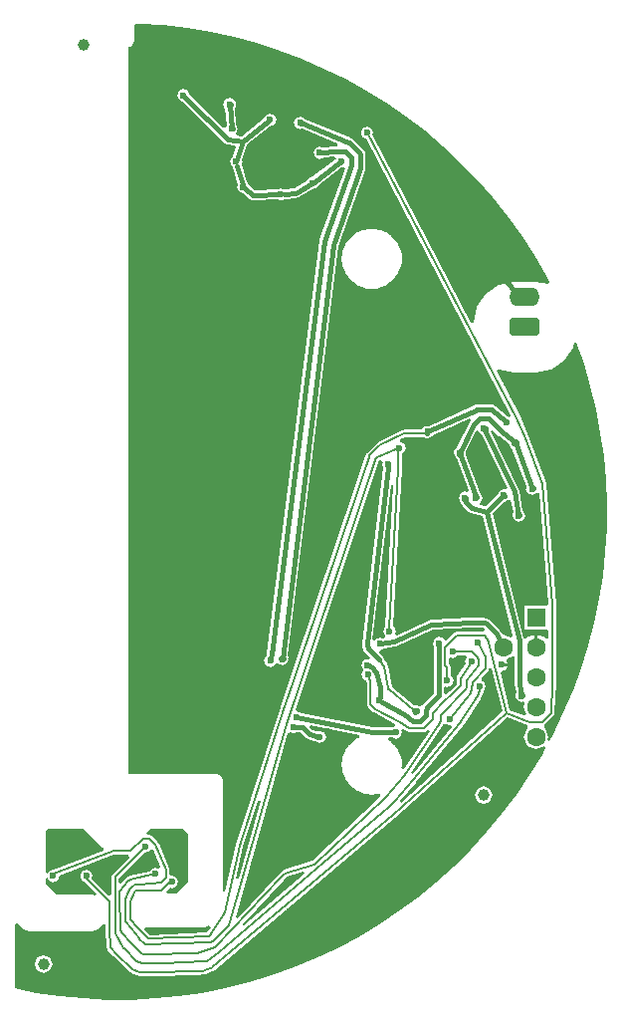
<source format=gtl>
G04*
G04 #@! TF.GenerationSoftware,Altium Limited,Altium Designer,20.2.6 (244)*
G04*
G04 Layer_Physical_Order=1*
G04 Layer_Color=255*
%FSLAX43Y43*%
%MOMM*%
G71*
G04*
G04 #@! TF.SameCoordinates,C84C0C97-952F-48A7-9790-35694251DD82*
G04*
G04*
G04 #@! TF.FilePolarity,Positive*
G04*
G01*
G75*
%ADD15C,0.381*%
%ADD16C,0.203*%
%ADD17C,0.200*%
%ADD18C,0.203*%
%ADD19O,2.600X1.600*%
G04:AMPARAMS|DCode=20|XSize=2.6mm|YSize=1.6mm|CornerRadius=0.4mm|HoleSize=0mm|Usage=FLASHONLY|Rotation=0.000|XOffset=0mm|YOffset=0mm|HoleType=Round|Shape=RoundedRectangle|*
%AMROUNDEDRECTD20*
21,1,2.600,0.800,0,0,0.0*
21,1,1.800,1.600,0,0,0.0*
1,1,0.800,0.900,-0.400*
1,1,0.800,-0.900,-0.400*
1,1,0.800,-0.900,0.400*
1,1,0.800,0.900,0.400*
%
%ADD20ROUNDEDRECTD20*%
%ADD21C,1.600*%
%ADD22R,1.600X1.600*%
%ADD23C,0.600*%
%ADD24C,1.000*%
G36*
X43759Y83464D02*
X45780Y83329D01*
X47792Y83095D01*
X49789Y82764D01*
X51769Y82336D01*
X53725Y81812D01*
X55653Y81193D01*
X57548Y80480D01*
X59407Y79676D01*
X61224Y78782D01*
X62996Y77801D01*
X64717Y76734D01*
X66384Y75585D01*
X67993Y74355D01*
X69541Y73049D01*
X71022Y71669D01*
X72435Y70218D01*
X73775Y68699D01*
X75040Y67118D01*
X76226Y65476D01*
X77330Y63779D01*
X78350Y62029D01*
X78632Y61486D01*
X78512Y61326D01*
X77429Y61542D01*
X75629D01*
X74302Y61278D01*
X73178Y60526D01*
X72426Y59402D01*
X72164Y58085D01*
X72150Y58076D01*
X71953Y58057D01*
X63575Y74019D01*
X63652Y74204D01*
X63494Y74587D01*
X63111Y74745D01*
X62728Y74587D01*
X62570Y74204D01*
X62728Y73822D01*
X63005Y73707D01*
X75345Y50197D01*
X75201Y50040D01*
X75014Y50118D01*
X74071Y50952D01*
X74003Y50975D01*
X73953Y51026D01*
X73820Y51081D01*
X73736Y51081D01*
X73658Y51113D01*
X72457D01*
X72379Y51081D01*
X72295Y51081D01*
X72162Y51026D01*
X72157Y51021D01*
X72149Y51020D01*
X68335Y49289D01*
X68246Y49326D01*
X67864Y49167D01*
X67781Y48967D01*
X66248D01*
X66177Y48938D01*
X66101Y48933D01*
X64024Y47892D01*
X63989Y47852D01*
X63939Y47831D01*
X63094Y46986D01*
X63069Y46926D01*
X63023Y46880D01*
X62968Y46747D01*
X62968Y46736D01*
X62961Y46727D01*
X56096Y26486D01*
X56097Y26485D01*
X56096Y26485D01*
X55715Y25342D01*
X55715Y25340D01*
X55714Y25339D01*
X51935Y13704D01*
X51937Y13688D01*
X51927Y13674D01*
X51041Y9693D01*
X50842Y9714D01*
Y19177D01*
X50681Y19566D01*
X50292Y19727D01*
X42756D01*
X42756Y81488D01*
X42955Y81528D01*
X43123Y81640D01*
X43235Y81808D01*
X43274Y82006D01*
Y83330D01*
X43417Y83470D01*
X43759Y83464D01*
D02*
G37*
G36*
X81544Y54598D02*
X82111Y52654D01*
X82583Y50685D01*
X82958Y48695D01*
X83236Y46689D01*
X83415Y44672D01*
X83496Y42648D01*
X83478Y40623D01*
X83361Y38602D01*
X83146Y36588D01*
X82832Y34588D01*
X82422Y32604D01*
X81915Y30644D01*
X81313Y28710D01*
X80617Y26808D01*
X79830Y24943D01*
X78952Y23118D01*
X78628Y22519D01*
X78447Y22606D01*
X78552Y22860D01*
X78235Y23625D01*
X78160Y23657D01*
Y23873D01*
X78226Y23900D01*
X78970Y24644D01*
X79015Y24754D01*
X79064Y24861D01*
X79166Y27379D01*
X79164Y27385D01*
X79166Y27392D01*
Y34057D01*
X79161Y34069D01*
X79165Y34082D01*
X78351Y44341D01*
X78330Y44382D01*
X78332Y44428D01*
X76869Y48363D01*
X76863Y48369D01*
X76863Y48377D01*
X76136Y50085D01*
X76126Y50095D01*
X76125Y50109D01*
X74094Y53979D01*
X74242Y54112D01*
X74302Y54072D01*
X75629Y53808D01*
X77429D01*
X78756Y54072D01*
X79880Y54824D01*
X80632Y55948D01*
X80717Y56378D01*
X80924Y56393D01*
X81544Y54598D01*
D02*
G37*
G36*
X71960Y49790D02*
X71886Y49717D01*
X71859Y49651D01*
X71806Y49604D01*
X70771Y47496D01*
X70656Y47403D01*
X70649Y47389D01*
X70610Y47373D01*
X70511Y47133D01*
X70503Y47118D01*
X70504Y47115D01*
X70452Y46990D01*
X70610Y46607D01*
X70631Y46599D01*
X70723Y46508D01*
X71739Y43805D01*
X71582Y43654D01*
X71418Y43722D01*
X71035Y43563D01*
X70876Y43181D01*
X70970Y42954D01*
X70999Y42851D01*
X71028Y42814D01*
X71035Y42798D01*
X71044Y42794D01*
X71091Y42735D01*
X71097Y42712D01*
X71164Y42619D01*
X71208Y42513D01*
X71719Y42002D01*
X71827Y41957D01*
X71921Y41889D01*
X72944Y41647D01*
X75510Y31433D01*
X75340Y31287D01*
X74676Y31562D01*
X74612Y31536D01*
X74456Y31842D01*
X74405Y31887D01*
X74379Y31949D01*
X73533Y32795D01*
X73456Y32827D01*
X73396Y32886D01*
X73263Y32941D01*
X73179Y32941D01*
X73101Y32973D01*
X71900D01*
X71891Y32970D01*
X71882Y32973D01*
X68651Y32837D01*
X68582Y32805D01*
X68507Y32805D01*
X68374Y32750D01*
X68368Y32745D01*
X68361Y32744D01*
X65626Y31500D01*
X65471Y31649D01*
X65542Y31820D01*
X65384Y32203D01*
X65305Y32235D01*
X66054Y45662D01*
X66051Y45670D01*
X66054Y45679D01*
X66060Y46936D01*
X66246Y47013D01*
X66405Y47396D01*
X66246Y47778D01*
X65948Y47902D01*
X65939Y48122D01*
X66325Y48315D01*
X68052D01*
X68112Y48269D01*
X68112Y48269D01*
X68166Y48276D01*
X68246Y48243D01*
X68404Y48309D01*
X68433Y48313D01*
X68441Y48324D01*
X68629Y48402D01*
X68676Y48515D01*
X71846Y49954D01*
X71960Y49790D01*
D02*
G37*
G36*
X72601Y48852D02*
X72675Y48674D01*
X72711Y48659D01*
X72718Y48646D01*
X72832Y48552D01*
X75015Y44038D01*
X74868Y43882D01*
X74752Y43931D01*
X74369Y43772D01*
X74318Y43650D01*
X74257Y43587D01*
X74202Y43450D01*
X73166Y42463D01*
X72723Y42568D01*
X72707Y42767D01*
X72762Y42790D01*
X72920Y43173D01*
X72827Y43399D01*
X72797Y43503D01*
X72769Y43539D01*
X72762Y43555D01*
X72753Y43559D01*
X72706Y43619D01*
X72700Y43642D01*
X72684Y43664D01*
X72685Y43691D01*
X71514Y46805D01*
X71524Y46953D01*
X71522Y46960D01*
X71534Y46990D01*
X71526Y47009D01*
X71529Y47124D01*
X72382Y48859D01*
X72409Y48870D01*
X72601Y48852D01*
D02*
G37*
G36*
X74305Y48426D02*
X74332Y48415D01*
X74347Y48390D01*
X75153Y47771D01*
X75222Y47640D01*
X75272Y47598D01*
X75310Y47506D01*
X75331Y47498D01*
X75421Y47408D01*
X76635Y44140D01*
X76624Y43993D01*
X76627Y43985D01*
X76614Y43954D01*
X76773Y43571D01*
X77156Y43413D01*
X77538Y43571D01*
X77557Y43616D01*
X77760Y43584D01*
X78504Y34206D01*
X78322Y34020D01*
X76470D01*
Y32020D01*
X78317D01*
X78470Y32020D01*
X78517Y31839D01*
Y31220D01*
X78321Y31181D01*
X78277Y31287D01*
X77597Y31568D01*
Y30480D01*
X77343D01*
Y31568D01*
X76663Y31287D01*
X76639Y31229D01*
X76429Y31244D01*
X73761Y41863D01*
X74785Y42838D01*
X74925Y42886D01*
X74998Y42950D01*
X75126Y43004D01*
X75136Y43007D01*
X75333Y42986D01*
X75523Y41936D01*
X75487Y41793D01*
X75494Y41740D01*
X75462Y41661D01*
X75529Y41498D01*
X75533Y41472D01*
X75543Y41465D01*
X75620Y41278D01*
X76003Y41120D01*
X76386Y41278D01*
X76544Y41661D01*
X76465Y41853D01*
X76440Y41966D01*
X76386Y42043D01*
X76386Y42043D01*
X76385Y42044D01*
X76355Y42087D01*
X76039Y43826D01*
X76008Y43876D01*
X76004Y43935D01*
X73653Y48795D01*
X73819Y48913D01*
X74305Y48426D01*
D02*
G37*
G36*
X73145Y31988D02*
X73032Y31818D01*
X73025Y31821D01*
X73025Y31821D01*
X73025Y31821D01*
X70739D01*
X70509Y31726D01*
X69842Y31058D01*
X69646Y31097D01*
X69606Y31194D01*
X69223Y31353D01*
X68840Y31194D01*
X68682Y30812D01*
X68792Y30545D01*
Y26551D01*
X67895Y25653D01*
X67863Y25576D01*
X67803Y25516D01*
X67552Y25433D01*
X67525Y25444D01*
X67436Y25510D01*
X67203Y25568D01*
X67125Y25556D01*
X65208Y27084D01*
X64854Y28939D01*
X64814Y29000D01*
X64797Y29071D01*
X64534Y29429D01*
X64540Y29444D01*
X64416Y29743D01*
X64118Y30041D01*
X64203Y30239D01*
X64556Y30385D01*
X64558Y30391D01*
X65438Y30506D01*
X65494Y30538D01*
X65559Y30541D01*
X68704Y31972D01*
X68761Y31996D01*
X71909Y32128D01*
X73004D01*
X73145Y31988D01*
D02*
G37*
G36*
X65323Y44278D02*
X64651Y32216D01*
X64618Y32203D01*
X64460Y31820D01*
X64612Y31453D01*
X64615Y31414D01*
X64593Y31248D01*
X64384Y31221D01*
X64173Y31309D01*
X63790Y31150D01*
X63750Y31052D01*
X63554Y31103D01*
X65124Y44295D01*
X65323Y44278D01*
D02*
G37*
G36*
X71586Y29574D02*
X71448Y29240D01*
X71518Y29072D01*
X70764Y27985D01*
X70743Y27890D01*
X70706Y27800D01*
Y27339D01*
X70131Y26763D01*
X69838Y26493D01*
X69638Y26580D01*
Y27040D01*
X69804Y27151D01*
X69906Y27109D01*
X70288Y27267D01*
X70447Y27650D01*
X70288Y28033D01*
X70230Y28057D01*
Y28774D01*
X70135Y29003D01*
X70048Y29091D01*
Y29506D01*
X70214Y29617D01*
X70358Y29558D01*
X70741Y29716D01*
X70765Y29774D01*
X71496D01*
X71586Y29574D01*
D02*
G37*
G36*
X64449Y46230D02*
X64363Y46022D01*
X64452Y45806D01*
X62670Y30827D01*
X62677Y30802D01*
X62667Y30777D01*
Y30689D01*
X62695Y30621D01*
X62692Y30547D01*
X62812Y30210D01*
X62875Y30140D01*
X62911Y30053D01*
X63343Y29621D01*
X63229Y29451D01*
X63119Y29497D01*
X62736Y29339D01*
X62578Y28956D01*
X62736Y28573D01*
X62768Y28560D01*
X62800Y28511D01*
X62642Y28128D01*
X62800Y27746D01*
X63005Y27661D01*
X63066Y27515D01*
X63072Y27508D01*
Y25643D01*
X63167Y25414D01*
X63592Y24989D01*
X63637Y24970D01*
X63668Y24932D01*
X65467Y23967D01*
X65451Y23749D01*
X65246Y23664D01*
X63642D01*
X63609Y23667D01*
X57495Y24883D01*
X57488Y24899D01*
X57105Y25057D01*
X56986Y25169D01*
X64164Y46336D01*
X64302Y46380D01*
X64449Y46230D01*
D02*
G37*
G36*
X75644Y29691D02*
X75676Y27386D01*
X75687Y27360D01*
X75680Y27333D01*
X75778Y26631D01*
X75735Y26489D01*
X75742Y26427D01*
X75704Y26337D01*
X75766Y26187D01*
X75768Y26168D01*
X75778Y26160D01*
X75863Y25954D01*
X76246Y25795D01*
X76373Y25848D01*
X76515Y25707D01*
X76388Y25400D01*
X76630Y24814D01*
X76479Y24658D01*
X75253Y25131D01*
X74427Y28306D01*
X74531Y28397D01*
X74955Y28573D01*
X75078Y28870D01*
X74531D01*
Y29124D01*
X75078D01*
X74999Y29315D01*
X75075Y29563D01*
X75441Y29715D01*
X75447Y29729D01*
X75644Y29691D01*
D02*
G37*
G36*
X66522Y23323D02*
X66551Y23318D01*
X66572Y23297D01*
X66626Y23274D01*
X66690Y23274D01*
X66750Y23250D01*
X67865D01*
X67919Y23272D01*
X67919Y23272D01*
X67925Y23274D01*
X67989Y23274D01*
X68043Y23297D01*
X68089Y23342D01*
X68149Y23367D01*
X68277Y23495D01*
X68432Y23367D01*
X66222Y20096D01*
X66033Y20174D01*
X66039Y20202D01*
X66028Y20257D01*
X66050Y20309D01*
Y20703D01*
X66028Y20755D01*
X66039Y20811D01*
X65962Y21197D01*
X65931Y21244D01*
Y21300D01*
X65780Y21664D01*
X65740Y21704D01*
X65729Y21759D01*
X65510Y22087D01*
X65464Y22118D01*
X65442Y22170D01*
X65163Y22449D01*
X65111Y22470D01*
X65080Y22517D01*
X64928Y22618D01*
X64989Y22818D01*
X65246D01*
X65532Y22700D01*
X65915Y22858D01*
X66073Y23241D01*
X66000Y23417D01*
X66161Y23552D01*
X66522Y23323D01*
D02*
G37*
G36*
X62430Y23040D02*
X62450Y22832D01*
X62342Y22787D01*
X62302Y22747D01*
X62247Y22736D01*
X61919Y22517D01*
X61888Y22470D01*
X61836Y22449D01*
X61557Y22170D01*
X61536Y22118D01*
X61489Y22087D01*
X61270Y21759D01*
X61259Y21704D01*
X61219Y21664D01*
X61069Y21300D01*
Y21244D01*
X61037Y21197D01*
X60960Y20811D01*
X60971Y20755D01*
X60950Y20703D01*
Y20309D01*
X60971Y20257D01*
X60960Y20202D01*
X61037Y19816D01*
X61069Y19769D01*
Y19713D01*
X61219Y19349D01*
X61259Y19309D01*
X61270Y19254D01*
X61489Y18926D01*
X61536Y18895D01*
X61557Y18843D01*
X61836Y18564D01*
X61888Y18542D01*
X61919Y18496D01*
X62247Y18277D01*
X62302Y18266D01*
X62342Y18226D01*
X62706Y18075D01*
X62762D01*
X62809Y18044D01*
X63195Y17967D01*
X63251Y17978D01*
X63303Y17956D01*
X63697D01*
X63749Y17978D01*
X63804Y17967D01*
X64190Y18044D01*
X64216Y18024D01*
X64229Y17762D01*
X58451Y12315D01*
X56024Y11537D01*
X55965Y11487D01*
X55894Y11458D01*
X55542Y11106D01*
X55540Y11102D01*
X55536Y11099D01*
X52093Y7453D01*
X51919Y7551D01*
X56338Y23147D01*
X56575Y23249D01*
X56824Y23146D01*
X57111Y23264D01*
X57418D01*
X57898Y22784D01*
X57997Y22743D01*
X58082Y22677D01*
X58656Y22514D01*
X58680Y22456D01*
X59063Y22297D01*
X59445Y22456D01*
X59604Y22838D01*
X59445Y23221D01*
X59063Y23379D01*
X58916Y23319D01*
X58418Y23460D01*
X58190Y23688D01*
X58284Y23864D01*
X62430Y23040D01*
D02*
G37*
G36*
X70145Y23831D02*
X70201Y23854D01*
X70322Y23688D01*
X66975Y19693D01*
X66815Y19814D01*
X69527Y23829D01*
X69534Y23862D01*
X69558Y23887D01*
X69573Y23922D01*
X69618Y23938D01*
X69809Y23970D01*
X70145Y23831D01*
D02*
G37*
G36*
X74617Y24998D02*
X66016Y17284D01*
X65873Y17425D01*
X67222Y18977D01*
X67223Y18980D01*
X67226Y18982D01*
X71265Y23803D01*
X71272Y23823D01*
X71290Y23835D01*
X72732Y26077D01*
X72733Y26083D01*
X72737Y26086D01*
X72767Y26135D01*
X72771Y26160D01*
X72788Y26178D01*
X72998Y26683D01*
X72998Y26708D01*
X73013Y26728D01*
X73020Y26756D01*
X73047Y26767D01*
X73206Y27150D01*
X73047Y27533D01*
X72866Y27608D01*
X72818Y27802D01*
X73402Y28497D01*
X73436Y28603D01*
X73458Y28657D01*
X73663Y28662D01*
X74617Y24998D01*
D02*
G37*
G36*
X45527Y11787D02*
X45374Y11634D01*
X45100Y11747D01*
X44718Y11589D01*
X44657Y11442D01*
X42861Y11054D01*
X42785Y11001D01*
X42700Y10966D01*
X42509Y10775D01*
X42503Y10761D01*
X42489Y10753D01*
X42169Y10369D01*
X41981Y10437D01*
Y10805D01*
X44187Y13012D01*
X44245Y12988D01*
X44628Y13146D01*
X44686Y13287D01*
X44902Y13287D01*
X45527Y11787D01*
D02*
G37*
G36*
X40632Y13454D02*
X40713Y13421D01*
X40711Y13221D01*
X36417Y11578D01*
X36390Y11589D01*
X36008Y11430D01*
X35929Y11240D01*
X35729Y11280D01*
Y14885D01*
X35915Y15071D01*
X39015D01*
X40632Y13454D01*
D02*
G37*
G36*
X54025Y17379D02*
X52160Y10797D01*
X51966Y10846D01*
X52561Y13517D01*
X53834Y17437D01*
X54025Y17379D01*
D02*
G37*
G36*
X47837Y14631D02*
Y10515D01*
X46889Y9567D01*
X46104D01*
X46027Y9752D01*
X46336Y10060D01*
X46482Y10000D01*
X46865Y10158D01*
X47023Y10541D01*
X46865Y10924D01*
X46482Y11082D01*
X46465Y11075D01*
X46299Y11186D01*
Y11567D01*
X46274Y11628D01*
X46273Y11693D01*
X45402Y13785D01*
X45378Y13809D01*
X45372Y13841D01*
X45290Y13964D01*
X45262Y13983D01*
X45249Y14013D01*
X44808Y14455D01*
X44577Y14550D01*
X44418D01*
X44342Y14735D01*
X44678Y15071D01*
X47397D01*
X47837Y14631D01*
D02*
G37*
G36*
X42875Y12618D02*
X41426Y11170D01*
X41331Y10940D01*
Y9449D01*
X41131Y9366D01*
X39682Y10815D01*
X39777Y11045D01*
X39619Y11428D01*
X39236Y11587D01*
X38853Y11428D01*
X38695Y11045D01*
X38853Y10663D01*
X39012Y10597D01*
X39033Y10546D01*
X40044Y9535D01*
X39930Y9366D01*
X39751Y9440D01*
X36677D01*
X35729Y10388D01*
Y10815D01*
X35929Y10855D01*
X36008Y10665D01*
X36390Y10506D01*
X36773Y10665D01*
X36931Y11047D01*
X36946Y11081D01*
X41485Y12818D01*
X42792D01*
X42875Y12618D01*
D02*
G37*
G36*
X57803Y11219D02*
X52651Y6807D01*
X52513Y6952D01*
X56005Y10650D01*
X56297Y10943D01*
X57705Y11394D01*
X57803Y11219D01*
D02*
G37*
G36*
X49662Y6844D02*
X49781Y6671D01*
X49483Y6201D01*
X44602Y6024D01*
X44137Y6489D01*
X44220Y6689D01*
X49276D01*
X49656Y6847D01*
X49662Y6844D01*
D02*
G37*
G36*
X76745Y23859D02*
X76748Y23643D01*
X76705Y23625D01*
X76388Y22860D01*
X76705Y22095D01*
X77470Y21778D01*
X78151Y22060D01*
X78293Y21902D01*
X77987Y21338D01*
X76936Y19607D01*
X75801Y17929D01*
X74586Y16309D01*
X73294Y14750D01*
X71927Y13256D01*
X70488Y11831D01*
X68982Y10477D01*
X67412Y9198D01*
X65781Y7998D01*
X64093Y6879D01*
X62353Y5843D01*
X60564Y4893D01*
X58732Y4032D01*
X56859Y3261D01*
X54951Y2583D01*
X53012Y1998D01*
X51047Y1509D01*
X49060Y1116D01*
X47057Y820D01*
X45042Y623D01*
X43019Y524D01*
X40994D01*
X38971Y623D01*
X36956Y820D01*
X34952Y1116D01*
X33132Y1476D01*
Y6956D01*
X33332Y7038D01*
X33901Y6469D01*
X34290Y6308D01*
X39751D01*
X40140Y6469D01*
X40623Y6953D01*
X40739Y6933D01*
X40823Y6891D01*
Y6588D01*
X40831Y6570D01*
X40825Y6553D01*
X40826Y6548D01*
X40826Y6548D01*
X40826Y6547D01*
X40967Y4932D01*
X41016Y4838D01*
X41052Y4740D01*
X41558Y4191D01*
X41559Y4191D01*
X41559Y4190D01*
X41573Y4176D01*
X41578Y4173D01*
X41581Y4167D01*
X42803Y2945D01*
X42841Y2930D01*
X42866Y2896D01*
X42984Y2826D01*
X43008Y2822D01*
X43026Y2804D01*
X43586Y2572D01*
X43611Y2572D01*
X43631Y2557D01*
X43765Y2524D01*
X43806Y2530D01*
X43844Y2514D01*
X45582D01*
X45587Y2516D01*
X45593Y2514D01*
X46195Y2536D01*
X46195Y2536D01*
X46195Y2536D01*
X47335Y2577D01*
X48923Y2635D01*
X49097Y2641D01*
X49098Y2641D01*
X49098Y2641D01*
X49118Y2642D01*
X49150Y2656D01*
X49184Y2651D01*
X49318Y2685D01*
X49338Y2700D01*
X49364Y2700D01*
X49923Y2932D01*
X49941Y2950D01*
X49966Y2953D01*
X50084Y3024D01*
X50100Y3046D01*
X50126Y3054D01*
X65504Y15953D01*
X65507Y15958D01*
X65513Y15960D01*
X75049Y24514D01*
X76745Y23859D01*
D02*
G37*
%LPC*%
G36*
X63697Y66056D02*
X63303D01*
X63251Y66035D01*
X63195Y66046D01*
X62809Y65969D01*
X62762Y65937D01*
X62706D01*
X62342Y65787D01*
X62302Y65747D01*
X62247Y65736D01*
X61919Y65517D01*
X61888Y65470D01*
X61836Y65449D01*
X61557Y65170D01*
X61536Y65118D01*
X61489Y65087D01*
X61270Y64759D01*
X61259Y64704D01*
X61219Y64664D01*
X61069Y64300D01*
Y64244D01*
X61037Y64197D01*
X60960Y63811D01*
X60971Y63755D01*
X60950Y63703D01*
Y63309D01*
X60971Y63257D01*
X60960Y63202D01*
X61037Y62816D01*
X61069Y62769D01*
Y62713D01*
X61219Y62349D01*
X61259Y62309D01*
X61270Y62254D01*
X61489Y61926D01*
X61536Y61895D01*
X61557Y61843D01*
X61836Y61564D01*
X61888Y61542D01*
X61919Y61496D01*
X62247Y61277D01*
X62302Y61266D01*
X62342Y61226D01*
X62706Y61075D01*
X62762D01*
X62809Y61044D01*
X63195Y60967D01*
X63251Y60978D01*
X63303Y60956D01*
X63697D01*
X63749Y60978D01*
X63804Y60967D01*
X64190Y61044D01*
X64237Y61075D01*
X64293D01*
X64657Y61226D01*
X64697Y61266D01*
X64752Y61277D01*
X65080Y61496D01*
X65111Y61542D01*
X65163Y61564D01*
X65442Y61843D01*
X65464Y61895D01*
X65510Y61926D01*
X65729Y62254D01*
X65740Y62309D01*
X65780Y62349D01*
X65931Y62713D01*
Y62769D01*
X65962Y62816D01*
X66039Y63202D01*
X66028Y63257D01*
X66050Y63309D01*
Y63703D01*
X66028Y63755D01*
X66039Y63811D01*
X65962Y64197D01*
X65931Y64244D01*
Y64300D01*
X65780Y64664D01*
X65740Y64704D01*
X65729Y64759D01*
X65510Y65087D01*
X65464Y65118D01*
X65442Y65170D01*
X65163Y65449D01*
X65111Y65470D01*
X65080Y65517D01*
X64752Y65736D01*
X64697Y65747D01*
X64657Y65787D01*
X64293Y65937D01*
X64237D01*
X64190Y65969D01*
X63804Y66046D01*
X63749Y66035D01*
X63697Y66056D01*
D02*
G37*
G36*
X47456Y77926D02*
X47073Y77768D01*
X46915Y77385D01*
X47073Y77002D01*
X47364Y76882D01*
X50925Y73362D01*
X51048Y73312D01*
X51162Y73244D01*
X51824Y73149D01*
X51929Y72979D01*
X51667Y72177D01*
X51580Y72140D01*
X51421Y71758D01*
X51580Y71375D01*
X51659Y71342D01*
X51651Y71270D01*
X52081Y69751D01*
X52021Y69605D01*
X52179Y69223D01*
X52530Y69077D01*
X53145Y68554D01*
X53284Y68509D01*
X53419Y68453D01*
X53428Y68457D01*
X53437Y68453D01*
X55514Y68540D01*
X55774Y68433D01*
X56132Y68581D01*
X56147Y68576D01*
X57056Y68659D01*
X57114Y68689D01*
X57179Y68689D01*
X57311Y68743D01*
X57336Y68769D01*
X57371Y68774D01*
X58427Y69427D01*
X58469Y69409D01*
X58852Y69568D01*
X58938Y69774D01*
X60888Y71245D01*
X60898Y71241D01*
X61069Y71312D01*
X61228Y71161D01*
X59067Y65135D01*
X59069Y65087D01*
X59046Y65046D01*
X54593Y29912D01*
X54544Y29746D01*
X54481Y29720D01*
X54323Y29337D01*
X54481Y28954D01*
X54864Y28796D01*
X55247Y28954D01*
X55299Y29081D01*
X55479D01*
X55513Y29075D01*
X55880Y28923D01*
X56263Y29081D01*
X56351Y29296D01*
X56360Y29303D01*
X56361Y29319D01*
X56421Y29464D01*
X56382Y29559D01*
X56387Y29625D01*
X56343Y29765D01*
X60641Y64579D01*
X62930Y71041D01*
X62926Y71114D01*
X62955Y71182D01*
Y72383D01*
X62922Y72461D01*
X62922Y72545D01*
X62867Y72678D01*
X62808Y72737D01*
X62776Y72815D01*
X61930Y73660D01*
X61853Y73692D01*
X61793Y73752D01*
X61660Y73807D01*
X61658D01*
X61656Y73809D01*
X57891Y75317D01*
X57796Y75417D01*
X57787Y75440D01*
X57404Y75598D01*
X57021Y75440D01*
X56863Y75057D01*
X57021Y74674D01*
X57404Y74516D01*
X57429Y74526D01*
X57430Y74525D01*
X57576Y74533D01*
X60589Y73325D01*
X60588Y73110D01*
X60498Y73075D01*
X59247Y72959D01*
X59055Y73039D01*
X58672Y72880D01*
X58514Y72498D01*
X58672Y72115D01*
X59055Y71956D01*
X59438Y72115D01*
X59443Y72129D01*
X60317Y72210D01*
X60456Y72022D01*
X60430Y71959D01*
X58479Y70487D01*
X58469Y70492D01*
X58087Y70333D01*
X58019Y70169D01*
X56956Y69511D01*
X56916Y69495D01*
X56071Y69418D01*
X56042Y69404D01*
X55774Y69515D01*
X55457Y69384D01*
X53567Y69305D01*
X53043Y69751D01*
X52945Y69988D01*
X52886Y70012D01*
X52464Y71501D01*
X52420Y71556D01*
X52504Y71758D01*
X52457Y71871D01*
X52897Y73222D01*
X54834Y74754D01*
X54836Y74753D01*
X55218Y74912D01*
X55377Y75295D01*
X55218Y75677D01*
X54836Y75836D01*
X54453Y75677D01*
X54363Y75459D01*
X52415Y73918D01*
X52046Y73971D01*
X51979Y74183D01*
X52125Y74535D01*
X52061Y74688D01*
X52049Y74794D01*
X51977Y74923D01*
X51868Y76301D01*
X51919Y76440D01*
X51915Y76516D01*
X51960Y76623D01*
X51905Y76754D01*
X51905Y76763D01*
X51899Y76769D01*
X51801Y77006D01*
X51418Y77164D01*
X51036Y77006D01*
X50877Y76623D01*
X50941Y76470D01*
X50953Y76364D01*
X51025Y76235D01*
X51134Y74857D01*
X51083Y74718D01*
X51085Y74674D01*
X51035Y74636D01*
X50859Y74616D01*
X47956Y77486D01*
X47839Y77768D01*
X47456Y77926D01*
D02*
G37*
G36*
X73025Y18665D02*
X72489Y18443D01*
X72267Y17907D01*
X72489Y17371D01*
X73025Y17149D01*
X73561Y17371D01*
X73783Y17907D01*
X73561Y18443D01*
X73025Y18665D01*
D02*
G37*
G36*
X35560Y4314D02*
X35024Y4092D01*
X34802Y3556D01*
X35024Y3020D01*
X35560Y2798D01*
X36096Y3020D01*
X36318Y3556D01*
X36096Y4092D01*
X35560Y4314D01*
D02*
G37*
%LPD*%
D15*
X53419Y68876D02*
X55753Y68973D01*
X59055Y72498D02*
Y72517D01*
X55912Y29725D02*
X55984Y29497D01*
X61499Y73416D02*
X61632Y73361D01*
X57409Y74948D02*
X57648Y74959D01*
X59055Y72517D02*
X60537Y72655D01*
X57483Y75132D02*
X57648Y74959D01*
X57404Y75057D02*
X61499Y73416D01*
X55787Y29521D02*
X55912Y29725D01*
X63547Y23248D02*
X63621Y23241D01*
X65532D01*
X57107Y24529D02*
X63547Y23248D01*
X57593Y23687D02*
X58197Y23083D01*
X59063Y22838D01*
X56824Y23687D02*
X57593D01*
X47387Y73152D02*
X48939Y73578D01*
X47254Y73115D02*
X47387Y73152D01*
X46182Y72821D02*
X47254Y73115D01*
X47387Y73152D02*
X48013D01*
X49280Y71884D01*
X48940Y73577D02*
X49486D01*
X48939Y73578D02*
X48940Y73577D01*
X49486D02*
X49530Y73533D01*
X53419Y68876D02*
X53419Y68876D01*
X52057Y71386D02*
X52490Y69859D01*
X69223Y30675D02*
Y30812D01*
X69215Y30667D02*
X69223Y30675D01*
X69215Y26376D02*
Y30667D01*
X68194Y25354D02*
X69215Y26376D01*
X63914Y28374D02*
X64186Y27057D01*
Y26200D02*
Y27057D01*
X60227Y64677D02*
X62532Y71182D01*
X55880Y29464D02*
X60227Y64677D01*
X68220Y48678D02*
X68220Y48678D01*
X64173Y30767D02*
X65384Y30925D01*
X68536Y32360D01*
X64872Y45760D02*
X64904Y46022D01*
X63090Y30689D02*
Y30777D01*
X63210Y30351D02*
X64118Y29444D01*
X63090Y30689D02*
X63210Y30351D01*
X63090Y30777D02*
X64872Y45760D01*
X47456Y77385D02*
X47644Y77199D01*
X57149Y69134D02*
X58271Y69828D01*
X58469Y69950D01*
X52045Y71971D02*
X52535Y73474D01*
X54629Y75131D02*
X54836Y75295D01*
X58680Y70109D02*
X60687Y71623D01*
X52535Y73474D02*
X54629Y75131D01*
X52562Y69605D02*
X52704Y69484D01*
X60687Y71623D02*
X60898Y71783D01*
X47644Y77199D02*
X51222Y73663D01*
X52490Y69859D02*
X52562Y69605D01*
X56109Y68997D02*
X57018Y69080D01*
X58469Y69950D02*
X58680Y70109D01*
X52704Y69484D02*
X53419Y68876D01*
X54939Y29589D02*
X55008Y29825D01*
X54864Y29337D02*
X54939Y29589D01*
X48676Y78178D02*
X63472Y75076D01*
X48418Y78233D02*
X48676Y78178D01*
X48676Y78178D01*
X48483Y78321D02*
X48676Y78178D01*
X48483Y78321D02*
X48483Y78321D01*
X48154Y78243D02*
X48368Y78135D01*
X48154Y78243D02*
X48154Y78243D01*
X48376Y78334D02*
X48376Y78334D01*
X48154Y78243D02*
X48376Y78334D01*
X48154Y78243D02*
X48418Y78233D01*
X47817Y78257D02*
X48154Y78243D01*
X45962Y73013D02*
X46584Y77746D01*
X45927Y72751D02*
X45962Y73013D01*
X45962Y73013D02*
X45962Y73013D01*
X46012Y72849D01*
X46032Y72784D01*
X46032Y72784D01*
X45927Y72751D02*
X46182Y72821D01*
X46012Y72849D02*
X46182Y72821D01*
X45945Y72860D02*
X46012Y72849D01*
X46182Y72821D02*
X46182Y72821D01*
X45998Y72667D02*
X46182Y72821D01*
X57018Y69080D02*
X57149Y69134D01*
X63241Y28913D02*
X63265Y28956D01*
X63119D02*
X63265D01*
X64036Y26013D02*
X64186Y26200D01*
X64122Y25944D02*
X64186Y26200D01*
X63241Y28913D02*
X63520Y28767D01*
X64355Y25820D02*
X66260Y24812D01*
X68487Y48894D02*
X72324Y50636D01*
X73791D02*
X74767Y49772D01*
X68246Y48785D02*
X68487Y48894D01*
X74767Y49772D02*
X74965Y49597D01*
X62532Y71182D02*
Y72383D01*
X62477Y72516D02*
X62532Y72383D01*
X61632Y73361D02*
X62477Y72516D01*
X51222Y73663D02*
X52535Y73474D01*
X46584Y77746D02*
X47095Y78257D01*
X47817D01*
X76029Y60275D02*
X76529D01*
X63983Y74565D02*
X76029Y60275D01*
X63472Y75076D02*
X63983Y74565D01*
X51418Y76623D02*
X51583Y74535D01*
X60537Y72655D02*
X61259D01*
X61770Y72144D01*
Y71421D02*
Y72144D01*
X59465Y64993D02*
X61770Y71421D01*
X55008Y29825D02*
X59465Y64993D01*
X74080Y31650D02*
X74676Y30480D01*
X73234Y32496D02*
X74080Y31650D01*
X73101Y32551D02*
X73234Y32496D01*
X71900Y32551D02*
X73101D01*
X68669Y32415D02*
X71900Y32551D01*
X68536Y32360D02*
X68669Y32415D01*
X73658Y50691D02*
X73791Y50636D01*
X72457Y50691D02*
X73658D01*
X72324Y50636D02*
X72457Y50691D01*
X63520Y28767D02*
X63914Y28374D01*
X68072Y25060D02*
X68194Y25354D01*
X68072Y24677D02*
Y25060D01*
X67624Y24229D02*
X68072Y24677D01*
X66991Y24229D02*
X67624D01*
X66260Y24812D02*
X66991Y24229D01*
X76099Y27392D02*
X76246Y26337D01*
X76048Y31028D02*
X76099Y27392D01*
X73291Y41999D02*
X76048Y31028D01*
X72018Y42301D02*
X73291Y41999D01*
X71507Y42811D02*
X72018Y42301D01*
X71418Y43181D02*
X71507Y42811D01*
X73291Y41999D02*
X74752Y43390D01*
X75693Y47889D02*
X77156Y43954D01*
X74604Y48725D02*
X75693Y47889D01*
X74093Y49236D02*
X74604Y48725D01*
X73929Y49418D02*
X74093Y49236D01*
X73419Y49929D02*
X73929Y49418D01*
X72696Y49929D02*
X73419D01*
X72185Y49418D02*
X72696Y49929D01*
X70993Y46990D02*
X72185Y49418D01*
X72289Y43542D02*
X72379Y43173D01*
X70993Y46990D02*
X72289Y43542D01*
X75624Y43751D02*
X76003Y41661D01*
X73057Y49057D02*
X75624Y43751D01*
X67101Y25157D02*
X67334Y25100D01*
X67101Y25157D02*
X67209Y24943D01*
X45834Y72810D02*
X45962Y73013D01*
X48442Y78125D02*
X48676Y78178D01*
X51562Y74798D02*
X51679Y74588D01*
X51480Y74573D02*
X51562Y74798D01*
X51322Y76570D02*
X51439Y76360D01*
X51522Y76585D01*
X76209Y26598D02*
X76338Y26396D01*
X76140Y26368D02*
X76209Y26598D01*
X71331Y43112D02*
X71480Y42924D01*
X71525Y43160D01*
X74560Y43208D02*
X74649Y43430D01*
X74560Y43208D02*
X74787Y43286D01*
X77063Y44201D02*
X77233Y44032D01*
X77046Y43962D02*
X77063Y44201D01*
X75615Y47811D02*
X75785Y47641D01*
X75802Y47881D01*
X75483Y48050D02*
X75717Y47996D01*
X75483Y48050D02*
X75595Y47837D01*
X71103Y46987D02*
X71109Y47227D01*
X70923Y47075D02*
X71109Y47227D01*
X72317Y43429D02*
X72466Y43241D01*
X72271Y43194D02*
X72317Y43429D01*
X70915Y46912D02*
X71086Y46743D01*
X71103Y46982D01*
X75956Y41921D02*
X76093Y41724D01*
X75896Y41688D02*
X75956Y41921D01*
X72987Y48972D02*
X73172Y48819D01*
X73167Y49059D02*
X73172Y48819D01*
D16*
X44472Y5693D02*
X49666Y5881D01*
X49724Y5971D02*
X50991Y7966D01*
X43537Y6628D02*
X44472Y5693D01*
X49666Y5881D02*
X49724Y5971D01*
X44577Y14224D02*
X45018Y13783D01*
X42961Y13144D02*
X44041Y14224D01*
X44577D01*
X45018Y13783D02*
X45101Y13660D01*
X46355Y10541D02*
X46482D01*
X45593Y9779D02*
X46355Y10541D01*
X45972Y10902D02*
Y11567D01*
X45643Y10573D02*
X45972Y10902D01*
X36390Y11047D02*
Y11088D01*
X36296Y11182D02*
X36390Y11088D01*
X66205Y48620D02*
X66248Y48641D01*
X64170Y47600D02*
X66205Y48620D01*
X66248Y48641D02*
X68072D01*
X56221Y23931D02*
X63916Y46622D01*
X56220Y23926D02*
X56221Y23931D01*
X51380Y6849D02*
X56220Y23926D01*
X63999Y46658D02*
X65736Y47411D01*
X63916Y46622D02*
X63999Y46658D01*
X50022Y5490D02*
X51380Y6849D01*
X64967Y32029D02*
X65001Y31820D01*
X43358Y10271D02*
X43527D01*
X45550Y10480D02*
X45643Y10573D01*
X42819Y9685D02*
X42951Y9946D01*
X43354Y9779D02*
X45593D01*
X43810Y10271D02*
X45550Y10480D01*
X42951Y9946D02*
X43187Y10182D01*
X42548Y9056D02*
X42819Y9685D01*
X43300Y9660D02*
X43354Y9779D01*
X43527Y10271D02*
X43810Y10271D01*
X42951Y8889D02*
X43300Y9660D01*
X43187Y10182D02*
X43358Y10271D01*
X42951Y7367D02*
X43537Y6628D01*
X42951Y7367D02*
Y8889D01*
X43015Y6580D02*
X43746Y5698D01*
X42548Y7200D02*
X43015Y6580D01*
X42548Y7200D02*
Y9056D01*
X36296Y11182D02*
X36412Y11226D01*
X45101Y13660D02*
X45972Y11567D01*
X44114Y5328D02*
X44231Y5211D01*
X43765Y5678D02*
X44114Y5328D01*
X44231Y5211D02*
X49715Y5410D01*
X50991Y7966D02*
X52246Y13604D01*
X52246Y13604D01*
X49715Y5410D02*
X49720Y5410D01*
X50022Y5490D01*
X52246Y13604D02*
X56025Y25239D01*
X43746Y5698D02*
X43755Y5688D01*
X43765Y5678D01*
X36412Y11226D02*
X41359Y13119D01*
X41425Y13144D01*
X64967Y32029D02*
X65728Y45680D01*
X41425Y13144D02*
X42961D01*
X65728Y45680D02*
X65736Y47411D01*
X65863Y47396D01*
X63325Y46755D02*
X64170Y47600D01*
X63270Y46622D02*
X63325Y46755D01*
X56405Y26382D02*
X63270Y46622D01*
X56025Y25239D02*
X56405Y26382D01*
D17*
X64640Y17703D02*
X64707Y17771D01*
X55772Y10877D02*
X56123Y11228D01*
X58779Y11628D02*
X64939Y16924D01*
X48659Y4483D02*
X50191Y4971D01*
X50284Y5064D02*
X55772Y10877D01*
X58621Y12028D02*
X64640Y17703D01*
X50191Y4971D02*
X50284Y5064D01*
X64939Y16924D02*
X65469Y17455D01*
X56123Y11228D02*
X58621Y12028D01*
X50502Y4539D02*
X50509Y4545D01*
X58779Y11628D01*
X71989Y29240D02*
X72055D01*
X72136Y29321D01*
X71973Y29159D02*
X72136Y29321D01*
X71031Y27800D02*
X71973Y29159D01*
X71031Y27204D02*
Y27800D01*
X72665Y27150D02*
X72671D01*
X72071Y27399D02*
X72124Y27480D01*
X73153Y28706D01*
X70145Y24372D02*
X71927Y26600D01*
X72698Y26807D02*
X72706Y26839D01*
X72671Y27150D02*
X72706Y26839D01*
X71927Y26600D02*
X72071Y27399D01*
X69723Y30480D02*
X70739Y31496D01*
X73025D01*
X72501Y30896D02*
X72647Y30646D01*
X72771Y30415D01*
X73025Y31496D02*
X73084Y31437D01*
X73279Y31242D01*
X73279D02*
X73408Y30930D01*
X73412Y30916D01*
X74981Y24889D01*
X70358Y30099D02*
X72009D01*
X72400Y29728D01*
X69906Y27650D02*
Y28774D01*
X69723Y28956D02*
X69906Y28774D01*
X69723Y28956D02*
Y30480D01*
X63397Y25643D02*
Y27643D01*
X63183Y28069D02*
Y28128D01*
Y28069D02*
X63296Y27956D01*
Y27744D02*
Y27956D01*
Y27744D02*
X63397Y27643D01*
X41656Y6160D02*
X42406Y4880D01*
X41656Y6160D02*
Y10940D01*
X39334Y10776D02*
Y10948D01*
X41148Y6588D02*
X41148Y6585D01*
X41797Y4411D02*
X41810Y4397D01*
X41148Y6585D02*
X41149Y6581D01*
X41291Y4960D01*
X41797Y4411D01*
X42146Y9835D02*
X42739Y10545D01*
X42930Y10736D02*
X45100Y11206D01*
X42739Y10545D02*
X42930Y10736D01*
X42058Y9578D02*
X42133Y6433D01*
X42293Y6135D01*
X42058Y9747D02*
X42146Y9835D01*
X42058Y9578D02*
Y9747D01*
X39236Y11045D02*
X39334Y10948D01*
X49470Y3745D02*
X50502Y4539D01*
X47223Y3664D02*
X49470Y3745D01*
X46082Y3622D02*
X47223Y3664D01*
X47071Y4425D02*
X48659Y4483D01*
X45931Y4384D02*
X47071Y4425D01*
X44096Y4363D02*
X45329D01*
X45931Y4384D01*
X39263Y10776D02*
X41088Y8950D01*
Y8950D02*
Y8950D01*
Y8950D02*
X41148Y8890D01*
Y6588D02*
Y8890D01*
X41656Y10940D02*
X44245Y13529D01*
X42406Y4880D02*
X42419Y4866D01*
X73153Y28706D02*
Y29689D01*
X73098Y29747D02*
X73153Y29689D01*
X72771Y30415D02*
X73098Y29747D01*
X70356Y26529D02*
X71031Y27204D01*
X69533Y25768D02*
X70356Y26529D01*
X68748Y24984D02*
X69533Y25768D01*
X68726Y24930D02*
X68748Y24984D01*
X68726Y24930D02*
X68726Y24435D01*
X68704Y24381D02*
X68726Y24435D01*
X67919Y23597D02*
X68704Y24381D01*
X67865Y23574D02*
X67919Y23597D01*
X66750Y23574D02*
X67865D01*
X66696Y23597D02*
X66750Y23574D01*
X65891Y24108D02*
X66696Y23597D01*
X63822Y25218D02*
X65891Y24108D01*
X63397Y25643D02*
X63822Y25218D01*
X63111Y74204D02*
X75837Y49958D01*
X76565Y48250D01*
X78027Y44315D01*
X78841Y34057D01*
Y27392D02*
Y34057D01*
X78740Y24874D02*
X78841Y27392D01*
X77996Y24130D02*
X78740Y24874D01*
X76944Y24130D02*
X77996D01*
X74981Y24889D02*
X76944Y24130D01*
X65296Y16202D02*
X74981Y24889D01*
X49917Y3303D02*
X65296Y16202D01*
X49799Y3232D02*
X49917Y3303D01*
X49239Y3000D02*
X49799Y3232D01*
X49105Y2966D02*
X49239Y3000D01*
X49085Y2965D02*
X49105Y2966D01*
X48911Y2959D02*
X49085Y2965D01*
X47324Y2901D02*
X48911Y2959D01*
X46183Y2860D02*
X47324Y2901D01*
X45582Y2839D02*
X46183Y2860D01*
X43844Y2839D02*
X45582D01*
X43710Y2872D02*
X43844Y2839D01*
X43151Y3104D02*
X43710Y2872D01*
X43032Y3175D02*
X43151Y3104D01*
X41810Y4397D02*
X43032Y3175D01*
X72488Y26302D02*
X72698Y26807D01*
X72459Y26253D02*
X72488Y26302D01*
X71017Y24011D02*
X72459Y26253D01*
X66977Y19190D02*
X71017Y24011D01*
X65469Y17455D02*
X66977Y19190D01*
X45481Y3601D02*
X46082Y3622D01*
X43944Y3601D02*
X45481D01*
X43502Y3784D02*
X43944Y3601D01*
X42419Y4866D02*
X43502Y3784D01*
X72400Y29728D02*
X72609Y29464D01*
Y28931D02*
Y29464D01*
X71559Y27656D02*
X72609Y28931D01*
X71559Y27072D02*
Y27656D01*
X71497Y26921D02*
X71559Y27072D01*
X69380Y24689D02*
X71497Y26921D01*
X69380Y24305D02*
Y24689D01*
X69258Y24011D02*
X69380Y24305D01*
X66215Y19506D02*
X69258Y24011D01*
X64707Y17771D02*
X66215Y19506D01*
X43933Y4430D02*
X44096Y4363D01*
X43065Y5298D02*
X43933Y4430D01*
X43051Y5313D02*
X43065Y5298D01*
X42293Y6135D02*
X43051Y5313D01*
D18*
X64118Y29444D02*
X64506Y28914D01*
X64534Y28877D02*
X64897Y26972D01*
X64506Y28914D02*
X64534Y28877D01*
X64897Y26927D02*
Y26972D01*
Y26927D02*
X64960Y26864D01*
X67101Y25158D01*
X67308Y24993D01*
D19*
X76529Y60275D02*
D03*
D20*
Y57675D02*
D03*
D21*
X74676Y30480D02*
D03*
X77470Y22860D02*
D03*
Y25400D02*
D03*
Y27940D02*
D03*
Y30480D02*
D03*
D22*
Y33020D02*
D03*
D23*
X44704Y6350D02*
D03*
X36957Y10287D02*
D03*
X67568Y22862D02*
D03*
X81030Y30482D02*
D03*
X77982Y36959D02*
D03*
X79379Y39753D02*
D03*
Y42039D02*
D03*
X79252Y43944D02*
D03*
X79506Y46611D02*
D03*
X66298Y72011D02*
D03*
X63377Y69725D02*
D03*
X54614Y79123D02*
D03*
X54106Y77472D02*
D03*
X56011D02*
D03*
X49534Y69471D02*
D03*
X47883Y70233D02*
D03*
X47121Y71122D02*
D03*
X59055Y72498D02*
D03*
X63246Y71501D02*
D03*
X52709Y77599D02*
D03*
X70235Y45722D02*
D03*
Y44198D02*
D03*
X76839Y42547D02*
D03*
X76966Y39753D02*
D03*
X72013Y36451D02*
D03*
X69981Y36197D02*
D03*
X73410Y37213D02*
D03*
X74531Y28997D02*
D03*
X73791Y26291D02*
D03*
X73029Y25402D02*
D03*
X69727Y23497D02*
D03*
X60329Y28704D02*
D03*
X63123Y24259D02*
D03*
X69092Y31625D02*
D03*
X55630Y26799D02*
D03*
X47498Y10668D02*
D03*
X46482Y10541D02*
D03*
X47248Y14734D02*
D03*
X46359Y13464D02*
D03*
X41406Y12321D02*
D03*
X36390Y11047D02*
D03*
X36199Y14353D02*
D03*
X37723Y12956D02*
D03*
X82000Y33000D02*
D03*
X81500Y32000D02*
D03*
X81000Y29000D02*
D03*
X80000Y53000D02*
D03*
Y37000D02*
D03*
X80500Y36000D02*
D03*
X80000Y35000D02*
D03*
X80500Y28000D02*
D03*
X80000Y27000D02*
D03*
X79500Y54000D02*
D03*
X79000Y53000D02*
D03*
X79500Y50000D02*
D03*
Y36000D02*
D03*
Y34000D02*
D03*
Y26000D02*
D03*
X78500Y50000D02*
D03*
X78000Y47000D02*
D03*
Y35000D02*
D03*
X77000Y63000D02*
D03*
Y37000D02*
D03*
X77500Y36000D02*
D03*
X77000Y35000D02*
D03*
Y21000D02*
D03*
X76000Y65000D02*
D03*
X76500Y64000D02*
D03*
X76000Y63000D02*
D03*
Y53000D02*
D03*
Y37000D02*
D03*
X76500Y36000D02*
D03*
X76000Y21000D02*
D03*
X76500Y20000D02*
D03*
X76000Y19000D02*
D03*
X75000Y65000D02*
D03*
X75500Y64000D02*
D03*
X75000Y63000D02*
D03*
Y53000D02*
D03*
X75500Y52000D02*
D03*
X75000Y23000D02*
D03*
Y21000D02*
D03*
X75500Y20000D02*
D03*
X75000Y19000D02*
D03*
X74000Y67000D02*
D03*
X74500Y66000D02*
D03*
X74000Y65000D02*
D03*
X74500Y64000D02*
D03*
X74000Y63000D02*
D03*
X74500Y62000D02*
D03*
Y34000D02*
D03*
X74000Y21000D02*
D03*
X74500Y20000D02*
D03*
X74000Y19000D02*
D03*
X74500Y18000D02*
D03*
X74000Y17000D02*
D03*
X73000Y69000D02*
D03*
X73500Y68000D02*
D03*
X73000Y67000D02*
D03*
X73500Y66000D02*
D03*
X73000Y65000D02*
D03*
X73500Y64000D02*
D03*
X73000Y63000D02*
D03*
X73500Y62000D02*
D03*
X73000Y61000D02*
D03*
Y53000D02*
D03*
Y21000D02*
D03*
X73500Y20000D02*
D03*
X73000Y19000D02*
D03*
X73500Y16000D02*
D03*
X73000Y15000D02*
D03*
X72000Y69000D02*
D03*
X72500Y68000D02*
D03*
X72000Y67000D02*
D03*
X72500Y66000D02*
D03*
X72000Y65000D02*
D03*
X72500Y64000D02*
D03*
X72000Y63000D02*
D03*
X72500Y62000D02*
D03*
X72000Y61000D02*
D03*
Y59000D02*
D03*
Y55000D02*
D03*
X72500Y54000D02*
D03*
X72000Y53000D02*
D03*
X72500Y52000D02*
D03*
X72000Y39000D02*
D03*
Y35000D02*
D03*
X72500Y34000D02*
D03*
X72000Y21000D02*
D03*
X72500Y20000D02*
D03*
X72000Y19000D02*
D03*
Y17000D02*
D03*
X72500Y16000D02*
D03*
X72000Y15000D02*
D03*
X71000Y71000D02*
D03*
X71500Y70000D02*
D03*
X71000Y69000D02*
D03*
X71500Y68000D02*
D03*
X71000Y67000D02*
D03*
X71500Y66000D02*
D03*
X71000Y65000D02*
D03*
X71500Y64000D02*
D03*
X71000Y63000D02*
D03*
X71500Y62000D02*
D03*
X71000Y61000D02*
D03*
X71500Y60000D02*
D03*
X71000Y57000D02*
D03*
X71500Y54000D02*
D03*
X71000Y53000D02*
D03*
X71500Y20000D02*
D03*
X71000Y19000D02*
D03*
X71500Y18000D02*
D03*
X71000Y17000D02*
D03*
X71500Y16000D02*
D03*
X71000Y15000D02*
D03*
X71500Y14000D02*
D03*
X71000Y13000D02*
D03*
X70000Y71000D02*
D03*
X70500Y70000D02*
D03*
X70000Y69000D02*
D03*
X70500Y68000D02*
D03*
Y66000D02*
D03*
Y64000D02*
D03*
Y62000D02*
D03*
X70000Y59000D02*
D03*
X70500Y58000D02*
D03*
X70000Y57000D02*
D03*
Y39000D02*
D03*
Y35000D02*
D03*
X70500Y34000D02*
D03*
Y22000D02*
D03*
Y20000D02*
D03*
X70000Y19000D02*
D03*
X70500Y18000D02*
D03*
X70000Y17000D02*
D03*
X70500Y16000D02*
D03*
X70000Y15000D02*
D03*
X70500Y14000D02*
D03*
X70000Y13000D02*
D03*
X69000Y73000D02*
D03*
X69500Y72000D02*
D03*
Y70000D02*
D03*
Y58000D02*
D03*
Y56000D02*
D03*
X69000Y55000D02*
D03*
X69500Y52000D02*
D03*
X69000Y51000D02*
D03*
X69500Y40000D02*
D03*
X69000Y39000D02*
D03*
X69500Y38000D02*
D03*
X69000Y35000D02*
D03*
X69500Y34000D02*
D03*
Y18000D02*
D03*
X69000Y17000D02*
D03*
X69500Y16000D02*
D03*
X69000Y15000D02*
D03*
X69500Y14000D02*
D03*
X69000Y13000D02*
D03*
X69500Y12000D02*
D03*
X69000Y11000D02*
D03*
X68000Y73000D02*
D03*
X68500Y72000D02*
D03*
Y54000D02*
D03*
X68000Y53000D02*
D03*
X68500Y50000D02*
D03*
Y40000D02*
D03*
X68000Y39000D02*
D03*
X68500Y38000D02*
D03*
X68000Y37000D02*
D03*
X68500Y20000D02*
D03*
Y18000D02*
D03*
X68000Y17000D02*
D03*
X68500Y16000D02*
D03*
X68000Y15000D02*
D03*
X68500Y14000D02*
D03*
X68000Y13000D02*
D03*
X68500Y12000D02*
D03*
X68000Y11000D02*
D03*
X67500Y74000D02*
D03*
Y52000D02*
D03*
X67000Y45000D02*
D03*
X67500Y42000D02*
D03*
X67000Y41000D02*
D03*
X67500Y40000D02*
D03*
X67000Y39000D02*
D03*
X67500Y38000D02*
D03*
X67000Y37000D02*
D03*
X67500Y16000D02*
D03*
X67000Y15000D02*
D03*
X67500Y14000D02*
D03*
X67000Y13000D02*
D03*
X67500Y12000D02*
D03*
X67000Y11000D02*
D03*
X67500Y10000D02*
D03*
X66000Y75000D02*
D03*
X66500Y74000D02*
D03*
X66000Y65000D02*
D03*
Y61000D02*
D03*
X66500Y42000D02*
D03*
Y40000D02*
D03*
X66000Y39000D02*
D03*
X66500Y38000D02*
D03*
X66000Y37000D02*
D03*
X66500Y36000D02*
D03*
X66000Y35000D02*
D03*
X66500Y22000D02*
D03*
Y16000D02*
D03*
X66000Y15000D02*
D03*
X66500Y14000D02*
D03*
X66000Y13000D02*
D03*
X66500Y12000D02*
D03*
X66000Y11000D02*
D03*
X66500Y10000D02*
D03*
X66000Y9000D02*
D03*
X65000Y75000D02*
D03*
Y73000D02*
D03*
X65500Y66000D02*
D03*
X65000Y61000D02*
D03*
X65500Y60000D02*
D03*
X65000Y59000D02*
D03*
Y15000D02*
D03*
X65500Y14000D02*
D03*
X65000Y13000D02*
D03*
X65500Y12000D02*
D03*
X65000Y11000D02*
D03*
X65500Y10000D02*
D03*
X65000Y9000D02*
D03*
X64500Y76000D02*
D03*
Y68000D02*
D03*
X64000Y67000D02*
D03*
X64500Y60000D02*
D03*
X64000Y59000D02*
D03*
X64500Y58000D02*
D03*
X64000Y55000D02*
D03*
Y53000D02*
D03*
X64500Y36000D02*
D03*
Y14000D02*
D03*
X64000Y13000D02*
D03*
X64500Y12000D02*
D03*
X64000Y11000D02*
D03*
X64500Y10000D02*
D03*
X64000Y9000D02*
D03*
X64500Y8000D02*
D03*
X63000Y77000D02*
D03*
X63500Y76000D02*
D03*
Y60000D02*
D03*
X63000Y59000D02*
D03*
X63500Y58000D02*
D03*
X63000Y57000D02*
D03*
Y13000D02*
D03*
X63500Y12000D02*
D03*
X63000Y11000D02*
D03*
X63500Y10000D02*
D03*
X63000Y9000D02*
D03*
X63500Y8000D02*
D03*
X63000Y7000D02*
D03*
X62000Y77000D02*
D03*
X62500Y76000D02*
D03*
X62000Y61000D02*
D03*
X62500Y60000D02*
D03*
X62000Y59000D02*
D03*
X62500Y58000D02*
D03*
X62000Y57000D02*
D03*
X62500Y56000D02*
D03*
X62000Y55000D02*
D03*
Y53000D02*
D03*
Y51000D02*
D03*
Y49000D02*
D03*
Y47000D02*
D03*
Y45000D02*
D03*
Y39000D02*
D03*
Y37000D02*
D03*
Y35000D02*
D03*
Y33000D02*
D03*
Y17000D02*
D03*
X62500Y12000D02*
D03*
X62000Y11000D02*
D03*
X62500Y10000D02*
D03*
X62000Y9000D02*
D03*
X62500Y8000D02*
D03*
X62000Y7000D02*
D03*
X61500Y78000D02*
D03*
X61000Y77000D02*
D03*
X61500Y76000D02*
D03*
X61000Y61000D02*
D03*
X61500Y60000D02*
D03*
X61000Y59000D02*
D03*
X61500Y58000D02*
D03*
X61000Y57000D02*
D03*
X61500Y56000D02*
D03*
X61000Y55000D02*
D03*
X61500Y54000D02*
D03*
X61000Y53000D02*
D03*
X61500Y52000D02*
D03*
X61000Y51000D02*
D03*
X61500Y50000D02*
D03*
X61000Y49000D02*
D03*
X61500Y48000D02*
D03*
X61000Y47000D02*
D03*
X61500Y46000D02*
D03*
X61000Y45000D02*
D03*
X61500Y44000D02*
D03*
X61000Y43000D02*
D03*
X61500Y36000D02*
D03*
X61000Y35000D02*
D03*
X61500Y34000D02*
D03*
X61000Y33000D02*
D03*
X61500Y26000D02*
D03*
X61000Y19000D02*
D03*
X61500Y18000D02*
D03*
X61000Y17000D02*
D03*
X61500Y16000D02*
D03*
Y12000D02*
D03*
X61000Y11000D02*
D03*
X61500Y10000D02*
D03*
X61000Y9000D02*
D03*
X61500Y8000D02*
D03*
X61000Y7000D02*
D03*
X61500Y6000D02*
D03*
X60000Y79000D02*
D03*
X60500Y78000D02*
D03*
X60000Y77000D02*
D03*
X60500Y76000D02*
D03*
Y60000D02*
D03*
Y58000D02*
D03*
Y56000D02*
D03*
X60000Y55000D02*
D03*
X60500Y54000D02*
D03*
X60000Y53000D02*
D03*
X60500Y52000D02*
D03*
X60000Y51000D02*
D03*
X60500Y50000D02*
D03*
X60000Y49000D02*
D03*
X60500Y48000D02*
D03*
X60000Y47000D02*
D03*
X60500Y46000D02*
D03*
X60000Y45000D02*
D03*
X60500Y44000D02*
D03*
X60000Y43000D02*
D03*
X60500Y42000D02*
D03*
X60000Y41000D02*
D03*
Y39000D02*
D03*
X60500Y34000D02*
D03*
X60000Y33000D02*
D03*
X60500Y32000D02*
D03*
Y26000D02*
D03*
Y22000D02*
D03*
X60000Y21000D02*
D03*
X60500Y20000D02*
D03*
X60000Y19000D02*
D03*
X60500Y18000D02*
D03*
X60000Y17000D02*
D03*
X60500Y16000D02*
D03*
X60000Y15000D02*
D03*
X60500Y10000D02*
D03*
X60000Y9000D02*
D03*
X60500Y8000D02*
D03*
X60000Y7000D02*
D03*
X60500Y6000D02*
D03*
X60000Y5000D02*
D03*
X59000Y79000D02*
D03*
X59500Y78000D02*
D03*
X59000Y77000D02*
D03*
X59500Y76000D02*
D03*
X59000Y69000D02*
D03*
X59500Y52000D02*
D03*
Y50000D02*
D03*
Y48000D02*
D03*
X59000Y47000D02*
D03*
X59500Y46000D02*
D03*
X59000Y45000D02*
D03*
X59500Y44000D02*
D03*
X59000Y43000D02*
D03*
X59500Y42000D02*
D03*
X59000Y41000D02*
D03*
X59500Y40000D02*
D03*
X59000Y39000D02*
D03*
X59500Y38000D02*
D03*
X59000Y37000D02*
D03*
X59500Y26000D02*
D03*
Y22000D02*
D03*
X59000Y21000D02*
D03*
X59500Y20000D02*
D03*
X59000Y19000D02*
D03*
X59500Y18000D02*
D03*
X59000Y17000D02*
D03*
X59500Y16000D02*
D03*
X59000Y15000D02*
D03*
X59500Y14000D02*
D03*
Y10000D02*
D03*
X59000Y9000D02*
D03*
X59500Y8000D02*
D03*
X59000Y7000D02*
D03*
X59500Y6000D02*
D03*
X59000Y5000D02*
D03*
X58000Y79000D02*
D03*
X58500Y78000D02*
D03*
X58000Y77000D02*
D03*
X58500Y76000D02*
D03*
Y64000D02*
D03*
X58000Y63000D02*
D03*
Y61000D02*
D03*
X58500Y44000D02*
D03*
Y42000D02*
D03*
Y40000D02*
D03*
X58000Y39000D02*
D03*
X58500Y38000D02*
D03*
X58000Y37000D02*
D03*
X58500Y36000D02*
D03*
X58000Y35000D02*
D03*
Y9000D02*
D03*
X58500Y8000D02*
D03*
X58000Y7000D02*
D03*
X58500Y6000D02*
D03*
X58000Y5000D02*
D03*
X57500Y80000D02*
D03*
Y76000D02*
D03*
Y64000D02*
D03*
X57000Y63000D02*
D03*
X57500Y62000D02*
D03*
X57000Y61000D02*
D03*
X57500Y60000D02*
D03*
X57000Y59000D02*
D03*
X57500Y58000D02*
D03*
X57000Y57000D02*
D03*
X57500Y56000D02*
D03*
X57000Y55000D02*
D03*
Y53000D02*
D03*
X57500Y36000D02*
D03*
Y34000D02*
D03*
Y32000D02*
D03*
X57000Y31000D02*
D03*
Y21000D02*
D03*
Y19000D02*
D03*
Y17000D02*
D03*
Y15000D02*
D03*
X57500Y8000D02*
D03*
X57000Y7000D02*
D03*
X57500Y6000D02*
D03*
X57000Y5000D02*
D03*
X57500Y4000D02*
D03*
X56500Y80000D02*
D03*
X56000Y65000D02*
D03*
X56500Y64000D02*
D03*
X56000Y63000D02*
D03*
X56500Y62000D02*
D03*
X56000Y61000D02*
D03*
X56500Y60000D02*
D03*
X56000Y59000D02*
D03*
X56500Y58000D02*
D03*
X56000Y57000D02*
D03*
X56500Y56000D02*
D03*
X56000Y55000D02*
D03*
X56500Y54000D02*
D03*
X56000Y53000D02*
D03*
X56500Y52000D02*
D03*
X56000Y51000D02*
D03*
X56500Y50000D02*
D03*
X56000Y49000D02*
D03*
X56500Y48000D02*
D03*
X56000Y47000D02*
D03*
Y45000D02*
D03*
X56500Y22000D02*
D03*
Y20000D02*
D03*
X56000Y19000D02*
D03*
X56500Y18000D02*
D03*
X56000Y17000D02*
D03*
X56500Y16000D02*
D03*
X56000Y15000D02*
D03*
X56500Y14000D02*
D03*
X56000Y13000D02*
D03*
X56500Y8000D02*
D03*
X56000Y7000D02*
D03*
X56500Y6000D02*
D03*
X56000Y5000D02*
D03*
X56500Y4000D02*
D03*
X55000Y81000D02*
D03*
X55500Y80000D02*
D03*
X55000Y65000D02*
D03*
X55500Y64000D02*
D03*
X55000Y63000D02*
D03*
X55500Y62000D02*
D03*
X55000Y61000D02*
D03*
X55500Y60000D02*
D03*
X55000Y59000D02*
D03*
X55500Y58000D02*
D03*
X55000Y57000D02*
D03*
X55500Y56000D02*
D03*
X55000Y55000D02*
D03*
X55500Y54000D02*
D03*
X55000Y53000D02*
D03*
X55500Y52000D02*
D03*
X55000Y51000D02*
D03*
X55500Y50000D02*
D03*
X55000Y49000D02*
D03*
X55500Y48000D02*
D03*
X55000Y47000D02*
D03*
X55500Y46000D02*
D03*
X55000Y45000D02*
D03*
X55500Y44000D02*
D03*
X55000Y43000D02*
D03*
X55500Y42000D02*
D03*
X55000Y41000D02*
D03*
X55500Y40000D02*
D03*
X55000Y39000D02*
D03*
Y37000D02*
D03*
X55500Y18000D02*
D03*
X55000Y17000D02*
D03*
X55500Y16000D02*
D03*
X55000Y15000D02*
D03*
X55500Y14000D02*
D03*
X55000Y13000D02*
D03*
X55500Y6000D02*
D03*
X55000Y5000D02*
D03*
X55500Y4000D02*
D03*
X55000Y3000D02*
D03*
X54000Y81000D02*
D03*
X54500Y80000D02*
D03*
X54000Y65000D02*
D03*
X54500Y64000D02*
D03*
X54000Y63000D02*
D03*
X54500Y62000D02*
D03*
X54000Y61000D02*
D03*
X54500Y60000D02*
D03*
X54000Y59000D02*
D03*
X54500Y58000D02*
D03*
X54000Y57000D02*
D03*
X54500Y56000D02*
D03*
X54000Y55000D02*
D03*
X54500Y54000D02*
D03*
X54000Y53000D02*
D03*
X54500Y52000D02*
D03*
X54000Y51000D02*
D03*
X54500Y50000D02*
D03*
X54000Y49000D02*
D03*
X54500Y48000D02*
D03*
X54000Y47000D02*
D03*
X54500Y46000D02*
D03*
X54000Y45000D02*
D03*
X54500Y44000D02*
D03*
X54000Y43000D02*
D03*
X54500Y42000D02*
D03*
X54000Y41000D02*
D03*
X54500Y40000D02*
D03*
X54000Y39000D02*
D03*
X54500Y38000D02*
D03*
X54000Y37000D02*
D03*
X54500Y36000D02*
D03*
X54000Y35000D02*
D03*
X54500Y34000D02*
D03*
X54000Y33000D02*
D03*
X54500Y32000D02*
D03*
X54000Y31000D02*
D03*
Y29000D02*
D03*
Y27000D02*
D03*
Y25000D02*
D03*
X54500Y24000D02*
D03*
X54000Y23000D02*
D03*
X54500Y14000D02*
D03*
X54000Y13000D02*
D03*
X54500Y12000D02*
D03*
X54000Y11000D02*
D03*
X54500Y6000D02*
D03*
X54000Y5000D02*
D03*
X54500Y4000D02*
D03*
X54000Y3000D02*
D03*
X53000Y81000D02*
D03*
X53500Y80000D02*
D03*
Y66000D02*
D03*
X53000Y65000D02*
D03*
X53500Y64000D02*
D03*
X53000Y63000D02*
D03*
X53500Y62000D02*
D03*
X53000Y61000D02*
D03*
X53500Y60000D02*
D03*
X53000Y59000D02*
D03*
X53500Y58000D02*
D03*
X53000Y57000D02*
D03*
X53500Y56000D02*
D03*
X53000Y55000D02*
D03*
X53500Y54000D02*
D03*
X53000Y53000D02*
D03*
X53500Y52000D02*
D03*
X53000Y51000D02*
D03*
X53500Y50000D02*
D03*
X53000Y49000D02*
D03*
X53500Y48000D02*
D03*
X53000Y47000D02*
D03*
X53500Y46000D02*
D03*
X53000Y45000D02*
D03*
X53500Y44000D02*
D03*
X53000Y43000D02*
D03*
X53500Y42000D02*
D03*
X53000Y41000D02*
D03*
X53500Y40000D02*
D03*
X53000Y39000D02*
D03*
X53500Y38000D02*
D03*
X53000Y37000D02*
D03*
X53500Y36000D02*
D03*
X53000Y35000D02*
D03*
X53500Y34000D02*
D03*
X53000Y33000D02*
D03*
X53500Y32000D02*
D03*
X53000Y31000D02*
D03*
X53500Y30000D02*
D03*
X53000Y29000D02*
D03*
X53500Y28000D02*
D03*
X53000Y27000D02*
D03*
X53500Y26000D02*
D03*
X53000Y25000D02*
D03*
X53500Y24000D02*
D03*
X53000Y23000D02*
D03*
X53500Y22000D02*
D03*
X53000Y21000D02*
D03*
X53500Y20000D02*
D03*
X53000Y19000D02*
D03*
X53500Y12000D02*
D03*
X53000Y5000D02*
D03*
X53500Y4000D02*
D03*
X53000Y3000D02*
D03*
X52000Y81000D02*
D03*
X52500Y80000D02*
D03*
X52000Y67000D02*
D03*
X52500Y66000D02*
D03*
X52000Y65000D02*
D03*
X52500Y64000D02*
D03*
X52000Y63000D02*
D03*
X52500Y62000D02*
D03*
X52000Y61000D02*
D03*
X52500Y60000D02*
D03*
X52000Y59000D02*
D03*
X52500Y58000D02*
D03*
X52000Y57000D02*
D03*
X52500Y56000D02*
D03*
X52000Y55000D02*
D03*
X52500Y54000D02*
D03*
X52000Y53000D02*
D03*
X52500Y52000D02*
D03*
X52000Y51000D02*
D03*
X52500Y50000D02*
D03*
X52000Y49000D02*
D03*
X52500Y48000D02*
D03*
X52000Y47000D02*
D03*
X52500Y46000D02*
D03*
X52000Y45000D02*
D03*
X52500Y44000D02*
D03*
X52000Y43000D02*
D03*
X52500Y42000D02*
D03*
X52000Y41000D02*
D03*
X52500Y40000D02*
D03*
X52000Y39000D02*
D03*
X52500Y38000D02*
D03*
X52000Y37000D02*
D03*
X52500Y36000D02*
D03*
X52000Y35000D02*
D03*
X52500Y34000D02*
D03*
X52000Y33000D02*
D03*
X52500Y32000D02*
D03*
X52000Y31000D02*
D03*
X52500Y30000D02*
D03*
X52000Y29000D02*
D03*
X52500Y28000D02*
D03*
X52000Y27000D02*
D03*
X52500Y26000D02*
D03*
X52000Y25000D02*
D03*
X52500Y24000D02*
D03*
X52000Y23000D02*
D03*
X52500Y22000D02*
D03*
X52000Y21000D02*
D03*
X52500Y20000D02*
D03*
X52000Y19000D02*
D03*
X52500Y18000D02*
D03*
X52000Y17000D02*
D03*
Y15000D02*
D03*
X52500Y4000D02*
D03*
X52000Y3000D02*
D03*
X51500Y82000D02*
D03*
X51000Y81000D02*
D03*
X51500Y80000D02*
D03*
X51000Y67000D02*
D03*
X51500Y66000D02*
D03*
X51000Y65000D02*
D03*
X51500Y64000D02*
D03*
X51000Y63000D02*
D03*
X51500Y62000D02*
D03*
X51000Y61000D02*
D03*
X51500Y60000D02*
D03*
X51000Y59000D02*
D03*
X51500Y58000D02*
D03*
X51000Y57000D02*
D03*
X51500Y56000D02*
D03*
X51000Y55000D02*
D03*
X51500Y54000D02*
D03*
X51000Y53000D02*
D03*
X51500Y52000D02*
D03*
X51000Y51000D02*
D03*
X51500Y50000D02*
D03*
X51000Y49000D02*
D03*
X51500Y48000D02*
D03*
X51000Y47000D02*
D03*
X51500Y46000D02*
D03*
X51000Y45000D02*
D03*
X51500Y44000D02*
D03*
X51000Y43000D02*
D03*
X51500Y42000D02*
D03*
X51000Y41000D02*
D03*
X51500Y40000D02*
D03*
X51000Y39000D02*
D03*
X51500Y38000D02*
D03*
X51000Y37000D02*
D03*
X51500Y36000D02*
D03*
X51000Y35000D02*
D03*
X51500Y34000D02*
D03*
X51000Y33000D02*
D03*
X51500Y32000D02*
D03*
X51000Y31000D02*
D03*
X51500Y30000D02*
D03*
X51000Y29000D02*
D03*
X51500Y28000D02*
D03*
X51000Y27000D02*
D03*
X51500Y26000D02*
D03*
X51000Y25000D02*
D03*
X51500Y24000D02*
D03*
X51000Y23000D02*
D03*
X51500Y22000D02*
D03*
X51000Y21000D02*
D03*
X51500Y20000D02*
D03*
Y18000D02*
D03*
Y16000D02*
D03*
Y14000D02*
D03*
X51000Y3000D02*
D03*
X51500Y2000D02*
D03*
X50500Y82000D02*
D03*
X50000Y81000D02*
D03*
X50500Y80000D02*
D03*
Y78000D02*
D03*
X50000Y77000D02*
D03*
Y67000D02*
D03*
X50500Y66000D02*
D03*
X50000Y65000D02*
D03*
X50500Y64000D02*
D03*
X50000Y63000D02*
D03*
X50500Y62000D02*
D03*
X50000Y61000D02*
D03*
X50500Y60000D02*
D03*
X50000Y59000D02*
D03*
X50500Y58000D02*
D03*
X50000Y57000D02*
D03*
X50500Y56000D02*
D03*
X50000Y55000D02*
D03*
X50500Y54000D02*
D03*
X50000Y53000D02*
D03*
X50500Y52000D02*
D03*
X50000Y51000D02*
D03*
X50500Y50000D02*
D03*
X50000Y49000D02*
D03*
X50500Y48000D02*
D03*
X50000Y47000D02*
D03*
X50500Y46000D02*
D03*
X50000Y45000D02*
D03*
X50500Y44000D02*
D03*
X50000Y43000D02*
D03*
X50500Y42000D02*
D03*
X50000Y41000D02*
D03*
X50500Y40000D02*
D03*
X50000Y39000D02*
D03*
X50500Y38000D02*
D03*
X50000Y37000D02*
D03*
X50500Y36000D02*
D03*
X50000Y35000D02*
D03*
X50500Y34000D02*
D03*
X50000Y33000D02*
D03*
X50500Y32000D02*
D03*
X50000Y31000D02*
D03*
X50500Y30000D02*
D03*
X50000Y29000D02*
D03*
X50500Y28000D02*
D03*
X50000Y27000D02*
D03*
X50500Y26000D02*
D03*
X50000Y25000D02*
D03*
X50500Y24000D02*
D03*
X50000Y23000D02*
D03*
X50500Y22000D02*
D03*
X50000Y21000D02*
D03*
X50500Y20000D02*
D03*
Y2000D02*
D03*
X49500Y82000D02*
D03*
X49000Y81000D02*
D03*
X49500Y80000D02*
D03*
Y78000D02*
D03*
X49000Y67000D02*
D03*
X49500Y66000D02*
D03*
X49000Y65000D02*
D03*
X49500Y64000D02*
D03*
X49000Y63000D02*
D03*
X49500Y62000D02*
D03*
X49000Y61000D02*
D03*
X49500Y60000D02*
D03*
X49000Y59000D02*
D03*
X49500Y58000D02*
D03*
X49000Y57000D02*
D03*
X49500Y56000D02*
D03*
X49000Y55000D02*
D03*
X49500Y54000D02*
D03*
X49000Y53000D02*
D03*
X49500Y52000D02*
D03*
X49000Y51000D02*
D03*
X49500Y50000D02*
D03*
X49000Y49000D02*
D03*
X49500Y48000D02*
D03*
X49000Y47000D02*
D03*
X49500Y46000D02*
D03*
X49000Y45000D02*
D03*
X49500Y44000D02*
D03*
X49000Y43000D02*
D03*
X49500Y42000D02*
D03*
X49000Y41000D02*
D03*
X49500Y40000D02*
D03*
X49000Y39000D02*
D03*
X49500Y38000D02*
D03*
X49000Y37000D02*
D03*
X49500Y36000D02*
D03*
X49000Y35000D02*
D03*
X49500Y34000D02*
D03*
X49000Y33000D02*
D03*
X49500Y32000D02*
D03*
X49000Y31000D02*
D03*
X49500Y30000D02*
D03*
X49000Y29000D02*
D03*
X49500Y28000D02*
D03*
X49000Y27000D02*
D03*
X49500Y26000D02*
D03*
X49000Y25000D02*
D03*
X49500Y24000D02*
D03*
X49000Y23000D02*
D03*
X49500Y22000D02*
D03*
X49000Y21000D02*
D03*
X49500Y2000D02*
D03*
X48500Y82000D02*
D03*
X48000Y81000D02*
D03*
X48500Y80000D02*
D03*
X48000Y67000D02*
D03*
X48500Y66000D02*
D03*
X48000Y65000D02*
D03*
X48500Y64000D02*
D03*
X48000Y63000D02*
D03*
X48500Y62000D02*
D03*
X48000Y61000D02*
D03*
X48500Y60000D02*
D03*
X48000Y59000D02*
D03*
X48500Y58000D02*
D03*
X48000Y57000D02*
D03*
X48500Y56000D02*
D03*
X48000Y55000D02*
D03*
X48500Y54000D02*
D03*
X48000Y53000D02*
D03*
X48500Y52000D02*
D03*
X48000Y51000D02*
D03*
X48500Y50000D02*
D03*
X48000Y49000D02*
D03*
X48500Y48000D02*
D03*
X48000Y47000D02*
D03*
X48500Y46000D02*
D03*
X48000Y45000D02*
D03*
X48500Y44000D02*
D03*
X48000Y43000D02*
D03*
X48500Y42000D02*
D03*
X48000Y41000D02*
D03*
X48500Y40000D02*
D03*
X48000Y39000D02*
D03*
X48500Y38000D02*
D03*
X48000Y37000D02*
D03*
X48500Y36000D02*
D03*
X48000Y35000D02*
D03*
X48500Y34000D02*
D03*
X48000Y33000D02*
D03*
X48500Y32000D02*
D03*
X48000Y31000D02*
D03*
X48500Y30000D02*
D03*
X48000Y29000D02*
D03*
X48500Y28000D02*
D03*
X48000Y27000D02*
D03*
X48500Y26000D02*
D03*
X48000Y25000D02*
D03*
X48500Y24000D02*
D03*
X48000Y23000D02*
D03*
X48500Y22000D02*
D03*
X48000Y21000D02*
D03*
X48500Y2000D02*
D03*
X47500Y82000D02*
D03*
X47000Y81000D02*
D03*
X47500Y80000D02*
D03*
Y68000D02*
D03*
X47000Y67000D02*
D03*
X47500Y66000D02*
D03*
X47000Y65000D02*
D03*
X47500Y64000D02*
D03*
X47000Y63000D02*
D03*
X47500Y62000D02*
D03*
X47000Y61000D02*
D03*
X47500Y60000D02*
D03*
X47000Y59000D02*
D03*
X47500Y58000D02*
D03*
X47000Y57000D02*
D03*
X47500Y56000D02*
D03*
X47000Y55000D02*
D03*
X47500Y54000D02*
D03*
X47000Y53000D02*
D03*
X47500Y52000D02*
D03*
X47000Y51000D02*
D03*
X47500Y50000D02*
D03*
X47000Y49000D02*
D03*
X47500Y48000D02*
D03*
X47000Y47000D02*
D03*
X47500Y46000D02*
D03*
X47000Y45000D02*
D03*
X47500Y44000D02*
D03*
X47000Y43000D02*
D03*
X47500Y42000D02*
D03*
X47000Y41000D02*
D03*
X47500Y40000D02*
D03*
X47000Y39000D02*
D03*
X47500Y38000D02*
D03*
X47000Y37000D02*
D03*
X47500Y36000D02*
D03*
X47000Y35000D02*
D03*
X47500Y34000D02*
D03*
X47000Y33000D02*
D03*
X47500Y32000D02*
D03*
X47000Y31000D02*
D03*
X47500Y30000D02*
D03*
X47000Y29000D02*
D03*
X47500Y28000D02*
D03*
X47000Y27000D02*
D03*
X47500Y26000D02*
D03*
X47000Y25000D02*
D03*
X47500Y24000D02*
D03*
X47000Y23000D02*
D03*
X47500Y22000D02*
D03*
X47000Y21000D02*
D03*
X47500Y2000D02*
D03*
X46500Y82000D02*
D03*
X46000Y81000D02*
D03*
X46500Y80000D02*
D03*
X46000Y69000D02*
D03*
X46500Y68000D02*
D03*
X46000Y67000D02*
D03*
X46500Y66000D02*
D03*
X46000Y65000D02*
D03*
X46500Y64000D02*
D03*
X46000Y63000D02*
D03*
X46500Y62000D02*
D03*
X46000Y61000D02*
D03*
X46500Y60000D02*
D03*
X46000Y59000D02*
D03*
X46500Y58000D02*
D03*
X46000Y57000D02*
D03*
X46500Y56000D02*
D03*
X46000Y55000D02*
D03*
X46500Y54000D02*
D03*
X46000Y53000D02*
D03*
X46500Y52000D02*
D03*
X46000Y51000D02*
D03*
X46500Y50000D02*
D03*
X46000Y49000D02*
D03*
X46500Y48000D02*
D03*
X46000Y47000D02*
D03*
X46500Y46000D02*
D03*
X46000Y45000D02*
D03*
X46500Y44000D02*
D03*
X46000Y43000D02*
D03*
X46500Y42000D02*
D03*
X46000Y41000D02*
D03*
X46500Y40000D02*
D03*
X46000Y39000D02*
D03*
X46500Y38000D02*
D03*
X46000Y37000D02*
D03*
X46500Y36000D02*
D03*
X46000Y35000D02*
D03*
X46500Y34000D02*
D03*
X46000Y33000D02*
D03*
X46500Y32000D02*
D03*
X46000Y31000D02*
D03*
X46500Y30000D02*
D03*
X46000Y29000D02*
D03*
X46500Y28000D02*
D03*
X46000Y27000D02*
D03*
X46500Y26000D02*
D03*
X46000Y25000D02*
D03*
X46500Y24000D02*
D03*
X46000Y23000D02*
D03*
X46500Y22000D02*
D03*
X46000Y21000D02*
D03*
X46500Y2000D02*
D03*
X45500Y82000D02*
D03*
X45000Y81000D02*
D03*
X45500Y80000D02*
D03*
X45000Y79000D02*
D03*
Y71000D02*
D03*
X45500Y70000D02*
D03*
X45000Y69000D02*
D03*
X45500Y68000D02*
D03*
X45000Y67000D02*
D03*
X45500Y66000D02*
D03*
X45000Y65000D02*
D03*
X45500Y64000D02*
D03*
X45000Y63000D02*
D03*
X45500Y62000D02*
D03*
X45000Y61000D02*
D03*
X45500Y60000D02*
D03*
X45000Y59000D02*
D03*
X45500Y58000D02*
D03*
X45000Y57000D02*
D03*
X45500Y56000D02*
D03*
X45000Y55000D02*
D03*
X45500Y54000D02*
D03*
X45000Y53000D02*
D03*
X45500Y52000D02*
D03*
X45000Y51000D02*
D03*
X45500Y50000D02*
D03*
X45000Y49000D02*
D03*
X45500Y48000D02*
D03*
X45000Y47000D02*
D03*
X45500Y46000D02*
D03*
X45000Y45000D02*
D03*
X45500Y44000D02*
D03*
X45000Y43000D02*
D03*
X45500Y42000D02*
D03*
X45000Y41000D02*
D03*
X45500Y40000D02*
D03*
X45000Y39000D02*
D03*
X45500Y38000D02*
D03*
X45000Y37000D02*
D03*
X45500Y36000D02*
D03*
X45000Y35000D02*
D03*
X45500Y34000D02*
D03*
X45000Y33000D02*
D03*
X45500Y32000D02*
D03*
X45000Y31000D02*
D03*
X45500Y30000D02*
D03*
X45000Y29000D02*
D03*
X45500Y28000D02*
D03*
X45000Y27000D02*
D03*
X45500Y26000D02*
D03*
X45000Y25000D02*
D03*
X45500Y24000D02*
D03*
X45000Y23000D02*
D03*
X45500Y22000D02*
D03*
X45000Y21000D02*
D03*
X45500Y2000D02*
D03*
X45000Y1000D02*
D03*
X44500Y82000D02*
D03*
X44000Y81000D02*
D03*
X44500Y80000D02*
D03*
X44000Y79000D02*
D03*
X44500Y78000D02*
D03*
X44000Y77000D02*
D03*
Y75000D02*
D03*
Y73000D02*
D03*
Y71000D02*
D03*
X44500Y70000D02*
D03*
X44000Y69000D02*
D03*
X44500Y68000D02*
D03*
X44000Y67000D02*
D03*
X44500Y66000D02*
D03*
X44000Y65000D02*
D03*
X44500Y64000D02*
D03*
X44000Y63000D02*
D03*
X44500Y62000D02*
D03*
X44000Y61000D02*
D03*
X44500Y60000D02*
D03*
X44000Y59000D02*
D03*
X44500Y58000D02*
D03*
X44000Y57000D02*
D03*
X44500Y56000D02*
D03*
X44000Y55000D02*
D03*
X44500Y54000D02*
D03*
X44000Y53000D02*
D03*
X44500Y52000D02*
D03*
X44000Y51000D02*
D03*
X44500Y50000D02*
D03*
X44000Y49000D02*
D03*
X44500Y48000D02*
D03*
X44000Y47000D02*
D03*
X44500Y46000D02*
D03*
X44000Y45000D02*
D03*
X44500Y44000D02*
D03*
X44000Y43000D02*
D03*
X44500Y42000D02*
D03*
X44000Y41000D02*
D03*
X44500Y40000D02*
D03*
X44000Y39000D02*
D03*
X44500Y38000D02*
D03*
X44000Y37000D02*
D03*
X44500Y36000D02*
D03*
X44000Y35000D02*
D03*
X44500Y34000D02*
D03*
X44000Y33000D02*
D03*
X44500Y32000D02*
D03*
X44000Y31000D02*
D03*
X44500Y30000D02*
D03*
X44000Y29000D02*
D03*
X44500Y28000D02*
D03*
X44000Y27000D02*
D03*
X44500Y26000D02*
D03*
X44000Y25000D02*
D03*
X44500Y24000D02*
D03*
X44000Y23000D02*
D03*
X44500Y22000D02*
D03*
X44000Y21000D02*
D03*
X44500Y2000D02*
D03*
X44000Y1000D02*
D03*
X43500Y80000D02*
D03*
Y78000D02*
D03*
Y74000D02*
D03*
Y72000D02*
D03*
Y70000D02*
D03*
Y68000D02*
D03*
Y66000D02*
D03*
Y64000D02*
D03*
Y62000D02*
D03*
Y60000D02*
D03*
Y58000D02*
D03*
Y56000D02*
D03*
Y54000D02*
D03*
Y52000D02*
D03*
Y50000D02*
D03*
Y48000D02*
D03*
Y46000D02*
D03*
Y44000D02*
D03*
Y42000D02*
D03*
Y40000D02*
D03*
Y38000D02*
D03*
Y36000D02*
D03*
Y34000D02*
D03*
Y32000D02*
D03*
Y30000D02*
D03*
Y28000D02*
D03*
Y26000D02*
D03*
Y24000D02*
D03*
Y22000D02*
D03*
Y2000D02*
D03*
X43000Y1000D02*
D03*
X42000Y3000D02*
D03*
X42500Y2000D02*
D03*
X42000Y1000D02*
D03*
X41000Y3000D02*
D03*
X41500Y2000D02*
D03*
X41000Y1000D02*
D03*
X40500Y6000D02*
D03*
X40000Y5000D02*
D03*
X40500Y4000D02*
D03*
X40000Y3000D02*
D03*
X40500Y2000D02*
D03*
X40000Y1000D02*
D03*
X39500Y6000D02*
D03*
X39000Y5000D02*
D03*
X39500Y4000D02*
D03*
X39000Y3000D02*
D03*
X39500Y2000D02*
D03*
X39000Y1000D02*
D03*
X38500Y6000D02*
D03*
X38000Y5000D02*
D03*
X38500Y4000D02*
D03*
X38000Y3000D02*
D03*
X38500Y2000D02*
D03*
X37500Y6000D02*
D03*
X37000Y5000D02*
D03*
X37500Y4000D02*
D03*
X37000Y3000D02*
D03*
X37500Y2000D02*
D03*
X36500Y6000D02*
D03*
X36000Y5000D02*
D03*
X36500Y4000D02*
D03*
Y2000D02*
D03*
X35500Y6000D02*
D03*
X35000Y5000D02*
D03*
X35500Y2000D02*
D03*
X34500Y6000D02*
D03*
X34000Y5000D02*
D03*
X34500Y4000D02*
D03*
X34000Y3000D02*
D03*
X34500Y2000D02*
D03*
X59711Y23307D02*
D03*
X59063Y22838D02*
D03*
X49280Y71884D02*
D03*
X49534Y73535D02*
D03*
X45927Y72749D02*
D03*
X48391Y78234D02*
D03*
X51963Y71758D02*
D03*
X55774Y68974D02*
D03*
X71989Y29240D02*
D03*
X72665Y27150D02*
D03*
X72501Y30896D02*
D03*
X69223Y30812D02*
D03*
X70358Y30099D02*
D03*
X69906Y27650D02*
D03*
X63183Y28128D02*
D03*
X55880Y29464D02*
D03*
X57105Y24516D02*
D03*
X56824Y23687D02*
D03*
X64173Y30767D02*
D03*
X65001Y31820D02*
D03*
X41021Y10160D02*
D03*
X39236Y11045D02*
D03*
X44592Y12349D02*
D03*
X64904Y46022D02*
D03*
X65863Y47396D02*
D03*
X63119Y28956D02*
D03*
X44245Y13529D02*
D03*
X57404Y75057D02*
D03*
X65532Y23241D02*
D03*
X67308Y24993D02*
D03*
X60898Y71783D02*
D03*
X52562Y69605D02*
D03*
X58469Y69950D02*
D03*
X54836Y75295D02*
D03*
X47456Y77385D02*
D03*
X56418Y73309D02*
D03*
Y72009D02*
D03*
Y70709D02*
D03*
X55118Y73309D02*
D03*
Y70709D02*
D03*
X53818D02*
D03*
Y72009D02*
D03*
Y73309D02*
D03*
X55118Y72009D02*
D03*
X65448Y27348D02*
D03*
X66548D02*
D03*
X67648D02*
D03*
X65448Y28448D02*
D03*
X66548D02*
D03*
X67648D02*
D03*
X65448Y29548D02*
D03*
X66548D02*
D03*
X67648D02*
D03*
X70145Y24372D02*
D03*
X51418Y76623D02*
D03*
X51583Y74535D02*
D03*
X63111Y74204D02*
D03*
X54864Y29337D02*
D03*
X68246Y48785D02*
D03*
X74965Y49597D02*
D03*
X64122Y25944D02*
D03*
X74752Y43390D02*
D03*
X76246Y26337D02*
D03*
X71418Y43181D02*
D03*
X45100Y11206D02*
D03*
X70993Y46990D02*
D03*
X77156Y43954D02*
D03*
X75693Y47889D02*
D03*
X72379Y43173D02*
D03*
X73057Y49057D02*
D03*
X76003Y41661D02*
D03*
X56418Y73309D02*
D03*
Y72009D02*
D03*
Y70709D02*
D03*
X55118Y73309D02*
D03*
Y70709D02*
D03*
X53818D02*
D03*
Y72009D02*
D03*
Y73309D02*
D03*
X55118Y72009D02*
D03*
X65448Y27348D02*
D03*
X66548D02*
D03*
X67648D02*
D03*
X65448Y28448D02*
D03*
X66548D02*
D03*
X67648D02*
D03*
X65448Y29548D02*
D03*
X66548D02*
D03*
X67648D02*
D03*
D24*
X35560Y3556D02*
D03*
X73025Y17907D02*
D03*
X38989Y81661D02*
D03*
M02*

</source>
